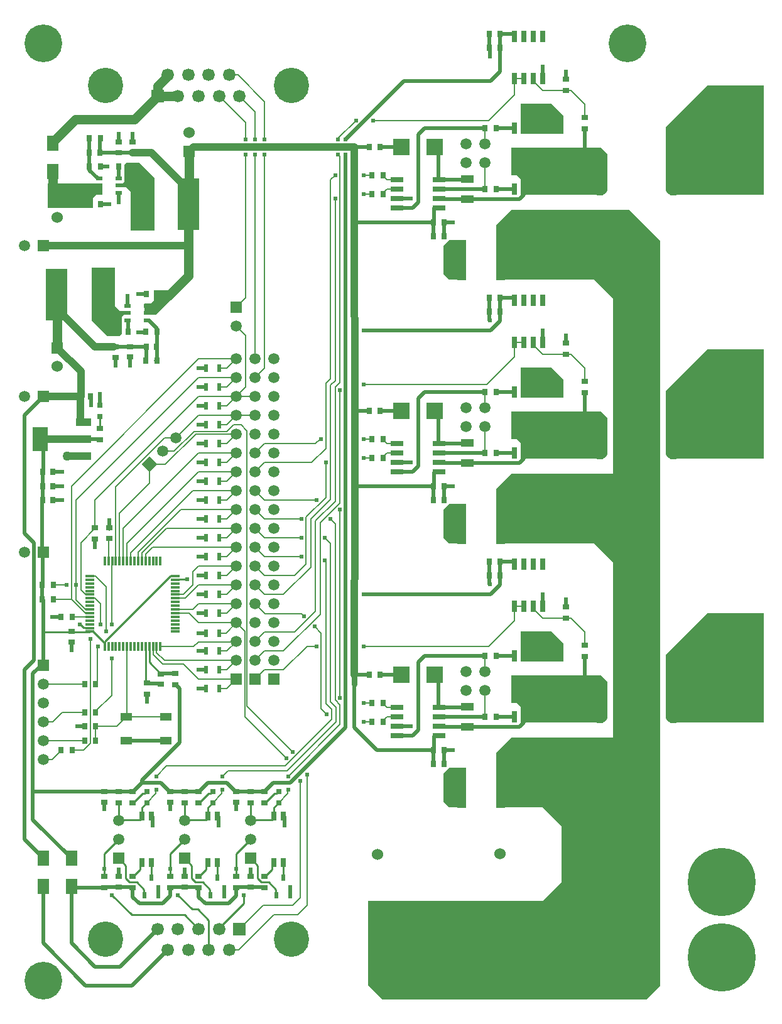
<source format=gtl>
G04*
G04 #@! TF.GenerationSoftware,Altium Limited,Altium Designer,19.1.8 (144)*
G04*
G04 Layer_Physical_Order=1*
G04 Layer_Color=255*
%FSLAX25Y25*%
%MOIN*%
G70*
G01*
G75*
%ADD12C,0.01000*%
%ADD13C,0.00600*%
%ADD15R,0.02756X0.03543*%
%ADD16R,0.02284X0.03937*%
%ADD17R,0.03543X0.02756*%
%ADD18R,0.06496X0.07874*%
%ADD19R,0.03150X0.04724*%
%ADD20R,0.03543X0.03150*%
%ADD21R,0.02362X0.03543*%
%ADD22R,0.03150X0.03150*%
%ADD23R,0.03150X0.03543*%
%ADD24R,0.03740X0.02165*%
%ADD25R,0.11811X0.27559*%
%ADD26R,0.05906X0.03937*%
%ADD27R,0.08465X0.12795*%
%ADD28R,0.08465X0.03937*%
%ADD29R,0.04700X0.01200*%
%ADD30R,0.01200X0.04700*%
%ADD31R,0.05000X0.21654*%
%ADD32R,0.06693X0.04331*%
%ADD33R,0.09055X0.09055*%
%ADD34R,0.06890X0.02559*%
%ADD35R,0.03150X0.06299*%
%ADD36R,0.18150X0.11811*%
%ADD37R,0.02559X0.06496*%
%ADD76C,0.02000*%
%ADD77C,0.04000*%
%ADD78C,0.05000*%
%ADD79C,0.03000*%
%ADD80P,0.08352X4X90.0*%
%ADD81C,0.05906*%
%ADD82R,0.05906X0.05906*%
%ADD83R,0.05906X0.05906*%
%ADD84C,0.06653*%
%ADD85R,0.06653X0.06653*%
%ADD86C,0.18740*%
%ADD87C,0.06000*%
%ADD88R,0.06000X0.06000*%
%ADD89C,0.08268*%
%ADD90R,0.08268X0.08268*%
%ADD91C,0.02400*%
%ADD92C,0.05000*%
%ADD93C,0.36000*%
%ADD94C,0.20000*%
G36*
X667000Y580500D02*
X673500Y574000D01*
Y564500D01*
X651000D01*
Y580500D01*
X667000Y580500D01*
D02*
G37*
G36*
X780000Y532000D02*
X732000D01*
X728000Y536000D01*
Y568000D01*
X750000Y590000D01*
X780000D01*
Y532000D01*
D02*
G37*
G36*
X697000Y553500D02*
Y535000D01*
X694000Y532000D01*
X651000D01*
X651000Y540500D01*
X649000Y542500D01*
X646000Y542500D01*
X646000Y557000D01*
X693500D01*
X697000Y553500D01*
D02*
G37*
G36*
X429000Y534921D02*
X429000Y531921D01*
X425500D01*
X424000Y530421D01*
Y524921D01*
X400000Y524921D01*
Y537921D01*
X429000Y537921D01*
Y534921D01*
D02*
G37*
G36*
X456500Y540921D02*
Y512921D01*
X444000D01*
Y533421D01*
X441500Y535921D01*
X436000Y535921D01*
Y537921D01*
X439500D01*
X440500Y538921D01*
Y547921D01*
X441665Y549087D01*
X448335D01*
X456500Y540921D01*
D02*
G37*
G36*
X622000Y487000D02*
X613000D01*
X610000Y490000D01*
Y505000D01*
X613000Y508000D01*
X622000D01*
Y487000D01*
D02*
G37*
G36*
X465500Y481232D02*
Y476500D01*
X457232Y468232D01*
X451295Y468232D01*
Y471232D01*
X451295Y474232D01*
X454795D01*
X456295Y475732D01*
Y481232D01*
X465500Y481232D01*
D02*
G37*
G36*
X435705Y472732D02*
X438205Y470232D01*
X443705Y470232D01*
Y468232D01*
X440205D01*
X439205Y467232D01*
Y458232D01*
X438039Y457067D01*
X431370D01*
X423205Y465232D01*
Y493232D01*
X435705D01*
Y472732D01*
D02*
G37*
G36*
X667000Y440500D02*
X673500Y434000D01*
Y424500D01*
X651000D01*
Y440500D01*
X667000Y440500D01*
D02*
G37*
G36*
X780000Y392000D02*
X732000D01*
X728000Y396000D01*
Y428000D01*
X750000Y450000D01*
X780000D01*
Y392000D01*
D02*
G37*
G36*
X697000Y413500D02*
Y395000D01*
X694000Y392000D01*
X651000D01*
X651000Y400500D01*
X649000Y402500D01*
X646000Y402500D01*
X646000Y417000D01*
X693500D01*
X697000Y413500D01*
D02*
G37*
G36*
X622000Y347000D02*
X613000D01*
X610000Y350000D01*
Y365000D01*
X613000Y368000D01*
X622000D01*
Y347000D01*
D02*
G37*
G36*
X667000Y300500D02*
X673500Y294000D01*
Y284500D01*
X651000D01*
Y300500D01*
X667000Y300500D01*
D02*
G37*
G36*
X780000Y252000D02*
X732000D01*
X728000Y256000D01*
Y288000D01*
X750000Y310000D01*
X780000D01*
Y252000D01*
D02*
G37*
G36*
X697000Y273500D02*
Y255000D01*
X694000Y252000D01*
X651000D01*
X651000Y260500D01*
X649000Y262500D01*
X646000Y262500D01*
X646000Y277000D01*
X693500D01*
X697000Y273500D01*
D02*
G37*
G36*
X622000Y207000D02*
X613000D01*
X610000Y210000D01*
Y225000D01*
X613000Y228000D01*
X622000D01*
Y207000D01*
D02*
G37*
G36*
X725000Y507500D02*
Y487000D01*
X725000Y207000D01*
X700000Y207000D01*
Y207000D01*
X638000D01*
Y236000D01*
X646000Y244000D01*
X700000D01*
X700000Y337001D01*
X690001Y347000D01*
X700000Y347000D01*
X700000Y347000D01*
X638000D01*
Y376000D01*
X646000Y384000D01*
X700000D01*
X700000Y477000D01*
X690000Y487000D01*
X700000Y487000D01*
X699999D01*
X699999Y487000D01*
X638000D01*
Y516000D01*
X646000Y524000D01*
X708500D01*
X725000Y507500D01*
D02*
G37*
G36*
X725000Y207000D02*
X725000Y112500D01*
X717500Y105000D01*
X577500Y105000D01*
X570000Y112500D01*
X570000Y157500D01*
X662501Y157500D01*
X672500Y167499D01*
X672500Y157500D01*
X672500D01*
X672500Y197001D01*
X662501Y207000D01*
X672500Y207000D01*
Y207000D01*
X725000Y207000D01*
D02*
G37*
D12*
X485453Y131319D02*
Y147047D01*
X479500Y153000D02*
X485453Y147047D01*
X476500Y153000D02*
X479500D01*
X500000Y170453D02*
Y182500D01*
X490703Y142703D02*
X504000Y156000D01*
Y160500D01*
X430000Y170453D02*
Y182500D01*
X472500Y150000D02*
X480000Y142500D01*
X444500Y150000D02*
X472500D01*
X412500Y300105D02*
X422362D01*
X473895Y327895D02*
X474000Y328000D01*
X467738Y327895D02*
X473895D01*
X467638Y327795D02*
X467738Y327895D01*
X427500Y414548D02*
X427500Y414547D01*
Y407953D02*
Y414547D01*
X453858Y283898D02*
X460000Y277756D01*
X417000Y304000D02*
X417379D01*
X419074Y302305D01*
X422262D01*
X422362Y302205D01*
X434000Y160500D02*
X444500Y150000D01*
X469000Y160500D02*
X476500Y153000D01*
X451890Y273563D02*
X452500Y272953D01*
X430336Y294999D02*
X465001Y329664D01*
X430336Y294212D02*
Y294999D01*
X465001Y329664D02*
X467538D01*
X424112Y300236D02*
X430236Y294112D01*
X397500Y300000D02*
X412395D01*
X412500Y300105D01*
X467538Y329664D02*
X467638Y329764D01*
X430236Y294112D02*
X430336Y294212D01*
X422362Y300236D02*
X424112D01*
X430236Y292362D02*
Y294112D01*
X451890Y273563D02*
Y292362D01*
X453858Y283898D02*
Y292362D01*
X520000Y207047D02*
X522500Y209547D01*
X437500Y200000D02*
X438039Y200539D01*
X448925D01*
X450000Y201614D01*
Y202402D01*
Y207047D02*
X452500Y209547D01*
Y209547D01*
X450000Y202402D02*
Y207047D01*
X452500Y209547D02*
X452500Y209547D01*
X437500Y209547D02*
X437500Y209547D01*
Y200000D02*
Y209547D01*
X465000Y174500D02*
Y182500D01*
Y170453D02*
Y174500D01*
X507500Y200000D02*
X508039Y200539D01*
X518925D01*
X520000Y201614D01*
Y202402D01*
X472500Y200000D02*
X473039Y200539D01*
X483925D01*
X485000Y201614D01*
Y202402D01*
Y207047D02*
X487500Y209547D01*
Y209547D01*
X485000Y202402D02*
Y207047D01*
X520000Y202402D02*
Y207047D01*
X521425Y214378D02*
X522500Y215452D01*
X520224Y214378D02*
X521425D01*
X515394Y209547D02*
X520224Y214378D01*
X515000Y209547D02*
X515394D01*
X486425Y214378D02*
X487500Y215452D01*
X485224Y214378D02*
X486425D01*
X480394Y209547D02*
X485224Y214378D01*
X480000Y209547D02*
X480394D01*
X451426Y214378D02*
X452500Y215452D01*
X450224Y214378D02*
X451426D01*
X445394Y209547D02*
X450224Y214378D01*
X445000Y209547D02*
X445394D01*
X522500Y215452D02*
X522501Y215453D01*
X487500Y215452D02*
X487501Y215453D01*
X452500Y215452D02*
X452501Y215453D01*
X487500Y209547D02*
X487500Y209547D01*
X507500Y200000D02*
Y209547D01*
X507500Y209547D02*
X507500Y209547D01*
X472500Y200000D02*
Y209547D01*
X472500Y209547D02*
X472500Y209547D01*
X500000Y182500D02*
X507500Y190000D01*
X465000Y182500D02*
X472500Y190000D01*
X430000Y182500D02*
X437500Y190000D01*
X521118Y160417D02*
X521260Y160276D01*
X521118Y160417D02*
Y163547D01*
X517165Y167500D02*
X521118Y163547D01*
X507500Y180000D02*
X511367Y176133D01*
Y169380D02*
Y176133D01*
Y169380D02*
X513247Y167500D01*
X517165D01*
X486118Y160417D02*
X486260Y160276D01*
X486118Y160417D02*
Y163547D01*
X482165Y167500D02*
X486118Y163547D01*
X472500Y180000D02*
X476367Y176133D01*
Y169380D02*
Y176133D01*
Y169380D02*
X478247Y167500D01*
X482165D01*
X443248D02*
X447165D01*
X441367Y169380D02*
X443248Y167500D01*
X441367Y169380D02*
Y176133D01*
X437500Y180000D02*
X441367Y176133D01*
X447165Y167500D02*
X451118Y163547D01*
Y160417D02*
Y163547D01*
Y160417D02*
X451260Y160276D01*
X518925Y176524D02*
X520000Y177598D01*
X518925Y173984D02*
Y176524D01*
X515394Y170453D02*
X518925Y173984D01*
X515000Y170453D02*
X515394D01*
X483925Y176524D02*
X485000Y177598D01*
X483925Y173984D02*
Y176524D01*
X480394Y170453D02*
X483925Y173984D01*
X480000Y170453D02*
X480394D01*
X448925Y176524D02*
X450000Y177598D01*
X448925Y173984D02*
Y176524D01*
X445394Y170453D02*
X448925Y173984D01*
X445000Y170453D02*
X445394D01*
X455000Y169724D02*
Y177598D01*
X490000Y169724D02*
Y177598D01*
X525000Y169724D02*
Y177598D01*
D13*
X640409Y217500D02*
X657000D01*
X478500Y405000D02*
X500000D01*
X462429Y388929D02*
X478500Y405000D01*
X453929Y388929D02*
X462429D01*
X477500Y406500D02*
X495000D01*
X467000Y396000D02*
X477500Y406500D01*
X461000Y396000D02*
X467000D01*
X462071Y403071D02*
X468071D01*
X436142Y377142D02*
X462071Y403071D01*
X436142Y337638D02*
Y377142D01*
X505700Y260800D02*
Y406800D01*
X502500Y410000D02*
X505700Y406800D01*
X498500Y410000D02*
X502500D01*
X495000Y406500D02*
X498500Y410000D01*
X453929Y378929D02*
Y388929D01*
X438110Y363110D02*
X453929Y378929D01*
X468071Y403071D02*
X480000Y415000D01*
X500000D01*
X438110Y337638D02*
Y363110D01*
X520000Y150000D02*
X532500D01*
X501319Y131319D02*
X520000Y150000D01*
X496358Y131319D02*
X501319D01*
X515000Y280000D02*
X525000D01*
X510000Y275000D02*
X515000Y280000D01*
Y290000D02*
X525000D01*
X510000Y285000D02*
X515000Y290000D01*
X531000Y300000D02*
X542000Y311000D01*
X515000Y300000D02*
X531000D01*
X510000Y295000D02*
X515000Y300000D01*
X505700Y260800D02*
X530000Y236500D01*
X500000Y305000D02*
X504500Y300500D01*
Y255000D02*
Y300500D01*
Y255000D02*
X526500Y233000D01*
X499827Y294827D02*
Y295000D01*
X525000Y290000D02*
X544500Y309500D01*
X525000Y280000D02*
X537500Y292500D01*
Y155000D02*
Y224500D01*
X532500Y150000D02*
X537500Y155000D01*
X534000Y159000D02*
Y221000D01*
X530000Y155000D02*
X534000Y159000D01*
X514311Y155000D02*
X530000D01*
X501811Y142500D02*
X514311Y155000D01*
X455500Y345000D02*
X500000D01*
X451890Y341390D02*
X455500Y345000D01*
X451890Y337638D02*
Y341390D01*
X470500Y365000D02*
X500000D01*
X447953Y342453D02*
X470500Y365000D01*
X447953Y337638D02*
Y342453D01*
X463000Y355000D02*
X500000D01*
X449921Y341921D02*
X463000Y355000D01*
X449921Y337638D02*
Y341921D01*
X477000Y375000D02*
X500000D01*
X444016Y342016D02*
X477000Y375000D01*
X444016Y337638D02*
Y342016D01*
X526000Y229000D02*
X550600Y253600D01*
X463000Y229000D02*
X526000D01*
X550600Y253600D02*
Y258900D01*
X547500Y262000D02*
X550600Y258900D01*
X412500Y322500D02*
Y355000D01*
Y377500D01*
Y317500D02*
Y322500D01*
X412500Y355000D02*
X412500Y355000D01*
X402953Y317500D02*
X412500D01*
X415000Y317000D02*
Y370000D01*
X412500Y317500D02*
X419921Y310079D01*
X412500Y377500D02*
X480000Y445000D01*
X402953Y325000D02*
X410000D01*
X480000Y445000D02*
X500000D01*
X480000Y435000D02*
X500000D01*
X415000Y370000D02*
X480000Y435000D01*
Y425000D02*
X500000D01*
X425000Y370000D02*
X480000Y425000D01*
X425000Y355453D02*
Y370000D01*
X480000Y395000D02*
X500000D01*
X440079Y355079D02*
X480000Y395000D01*
X440079Y337638D02*
Y355079D01*
X480000Y385000D02*
X500000D01*
X442047Y347047D02*
X480000Y385000D01*
X442047Y337638D02*
Y347047D01*
X479862Y294862D02*
X497689D01*
X477362Y292362D02*
X479862Y294862D01*
X459764Y292362D02*
X477362D01*
X480000Y275000D02*
X500000D01*
X472000Y283000D02*
X480000Y275000D01*
X461000Y283000D02*
X472000D01*
X455827Y288173D02*
X461000Y283000D01*
X455827Y288173D02*
Y292362D01*
X462000Y285000D02*
X500000D01*
X457795Y289205D02*
X462000Y285000D01*
X457795Y289205D02*
Y292362D01*
X467717Y310000D02*
X475000D01*
X480000Y305000D01*
X500000D01*
X477047Y312047D02*
X480000Y315000D01*
X500000D01*
X477000Y325000D02*
Y332000D01*
X471921Y319921D02*
X477000Y325000D01*
X467638Y319921D02*
X471921D01*
X477000Y332000D02*
X480000Y335000D01*
X467638Y317953D02*
X472953D01*
X480000Y325000D01*
X500000D01*
X480000Y335000D02*
X500000D01*
X415000Y317000D02*
X419953Y312047D01*
X432256Y337689D02*
Y349744D01*
X425000Y355000D02*
Y355453D01*
X417500Y347500D02*
X425000Y355000D01*
X495000Y330000D02*
X500000Y335000D01*
X490846Y330000D02*
X495000D01*
Y320000D02*
X500000Y325000D01*
X490846Y320000D02*
X495000D01*
Y310000D02*
X500000Y315000D01*
X490846Y310000D02*
X495000D01*
X494500Y299500D02*
X500000Y305000D01*
X490846Y299500D02*
X494500D01*
X490846Y290000D02*
X495000D01*
X499827Y294827D01*
X495000Y280000D02*
X500000Y285000D01*
X490846Y280000D02*
X495000D01*
Y270000D02*
X500000Y275000D01*
X490846Y270000D02*
X495000D01*
Y440000D02*
X500000Y445000D01*
X490846Y440000D02*
X495000D01*
X490846Y430000D02*
X495000D01*
X500000Y435000D01*
X495000Y420000D02*
X500000Y425000D01*
X490846Y420000D02*
X495000D01*
Y410000D02*
X500000Y415000D01*
X490846Y410000D02*
X495000D01*
Y400000D02*
X500000Y405000D01*
X490846Y400000D02*
X495000D01*
Y390000D02*
X500000Y395000D01*
X490846Y390000D02*
X495000D01*
Y380000D02*
X500000Y385000D01*
X490846Y380000D02*
X495000D01*
Y370000D02*
X500000Y375000D01*
X490846Y370000D02*
X495000D01*
Y360000D02*
X500000Y365000D01*
X490846Y360000D02*
X495000D01*
Y350000D02*
X500000Y355000D01*
X490846Y350000D02*
X495000D01*
Y340000D02*
X500000Y345000D01*
X490846Y340000D02*
X495000D01*
X417500Y322421D02*
Y347500D01*
Y322421D02*
X420000Y319921D01*
X505000Y477500D02*
Y553500D01*
X500000Y472500D02*
X505000Y477500D01*
Y430000D02*
Y457500D01*
X500000Y462500D02*
X505000Y457500D01*
X500000Y425000D02*
X505000Y430000D01*
X510000Y445000D02*
Y553500D01*
X442000Y255000D02*
X462500D01*
X441500D02*
X442000D01*
X425000Y250000D02*
X425453Y249547D01*
X425000Y250000D02*
X436500D01*
X441500Y255000D01*
X515000Y561500D02*
Y581500D01*
X500910Y595590D02*
X515000Y581500D01*
X496358Y595590D02*
X500910D01*
X515000Y440000D02*
Y553500D01*
X510000Y435000D02*
X515000Y440000D01*
X501811Y584409D02*
X510000Y576220D01*
Y561500D02*
Y576220D01*
X490906Y584409D02*
X505000Y570315D01*
Y561500D02*
Y570315D01*
X420000Y319921D02*
X422362D01*
X500000Y425000D02*
X510000D01*
X547000Y350000D02*
X550000Y347000D01*
Y360000D02*
X552500Y357500D01*
X547500Y262000D02*
Y337500D01*
X544500Y309500D02*
Y358000D01*
X555000Y368500D01*
X537500Y292500D02*
X542500D01*
X545000Y259500D02*
Y299500D01*
Y259500D02*
X548000Y256500D01*
X541500Y303000D02*
X545000Y299500D01*
X527000Y226500D02*
X553000Y252500D01*
Y260000D01*
X550000Y263000D02*
X553000Y260000D01*
X550000Y263000D02*
Y347000D01*
X555000Y251000D02*
Y261500D01*
X527500Y223500D02*
X555000Y251000D01*
X552500Y264000D02*
X555000Y261500D01*
X552500Y264000D02*
Y357500D01*
X522500Y209547D02*
X527353Y214400D01*
Y216353D01*
X555000Y265000D02*
Y365000D01*
X554000Y562000D02*
X563500Y571500D01*
X554000Y553500D02*
X555000Y552500D01*
X555000Y432500D01*
X552500Y430000D02*
X555000Y432500D01*
X550000Y540000D02*
X552500Y542500D01*
Y433500D02*
Y530000D01*
X550000Y434500D02*
Y540000D01*
X572500Y571500D02*
X634000D01*
X647500Y585000D01*
X495500Y226500D02*
X527000D01*
X547500Y432000D02*
X550000Y434500D01*
X547500Y397500D02*
Y432000D01*
X550000Y431000D02*
X552500Y433500D01*
X550000Y370500D02*
Y431000D01*
X552500Y369500D02*
Y430000D01*
X555000Y368500D02*
Y428500D01*
X547500Y371500D02*
Y390000D01*
X537000Y361000D02*
X547500Y371500D01*
X544500Y402500D02*
X545000D01*
X542000Y400000D02*
X544500Y402500D01*
X540000Y390000D02*
X547500Y397500D01*
X539500Y360000D02*
X550000Y370500D01*
X542000Y359000D02*
X552500Y369500D01*
X515000Y340000D02*
X534500D01*
X515000Y350000D02*
X534500D01*
X510000Y355000D02*
X515000Y350000D01*
Y360000D02*
X534500D01*
X510000Y365000D02*
X515000Y360000D01*
X537000Y336000D02*
Y361000D01*
X531000Y330000D02*
X537000Y336000D01*
X539500Y334500D02*
Y360000D01*
X525000Y320000D02*
X539500Y334500D01*
X542000Y311000D02*
Y359000D01*
X515000Y400000D02*
X542000D01*
X515000Y390000D02*
X540000D01*
X515000Y370000D02*
X542500D01*
X510000Y375000D02*
X515000Y370000D01*
Y330000D02*
X531000D01*
X534702Y309798D02*
X536000Y308500D01*
X515202Y309798D02*
X534702D01*
X515000Y320000D02*
X525000D01*
X510000Y325000D02*
X515000Y320000D01*
X457500Y223500D02*
X463000Y229000D01*
X492500Y223500D02*
X495500Y226500D01*
X510000Y335000D02*
X515000Y330000D01*
X510000Y345000D02*
X515000Y340000D01*
X510000Y385000D02*
X515000Y390000D01*
X567500Y252500D02*
X572047D01*
X457353Y214400D02*
Y216353D01*
X452500Y209547D02*
X457353Y214400D01*
X492353D02*
Y216353D01*
X487500Y209547D02*
X492353Y214400D01*
X425453Y242500D02*
Y249547D01*
X432205Y337638D02*
X432256Y337689D01*
X442047Y255047D02*
Y292362D01*
X426453Y272500D02*
Y292500D01*
X434000Y266441D02*
Y286000D01*
X425453Y257894D02*
X434000Y266441D01*
Y337465D02*
X434173Y337638D01*
X434000Y304000D02*
Y337465D01*
X425453Y257500D02*
Y257894D01*
X428000Y304000D02*
Y315000D01*
X425236Y329764D02*
X431000Y324000D01*
Y300500D02*
Y324000D01*
X422362Y329764D02*
X425236D01*
X425047Y317953D02*
X428000Y315000D01*
X422500Y241030D02*
Y296000D01*
X418970Y237500D02*
X422500Y241030D01*
X412953Y237500D02*
X418970D01*
X422362Y317953D02*
X425047D01*
X407500Y257500D02*
X419547D01*
X402500Y252500D02*
X407500Y257500D01*
X397500Y242500D02*
X420000D01*
X442000Y255000D02*
X442047Y255047D01*
X419547Y257106D02*
Y257303D01*
X397500Y252500D02*
X402500D01*
X418469Y256028D02*
X419547Y257106D01*
X397500Y232500D02*
X402441D01*
X407047Y237106D01*
Y237500D01*
X397500Y272500D02*
X402441D01*
X402441Y272500D01*
X419547D01*
X467638Y312047D02*
X477047D01*
X499827Y295000D02*
X500000D01*
X419921Y310079D02*
X422362D01*
X419953Y312047D02*
X422362D01*
X412953Y308000D02*
X413063Y308110D01*
X422362D01*
X500000Y415000D02*
X510000D01*
X567500Y532500D02*
X572047D01*
X572047Y532500D01*
X567500Y542500D02*
X572047D01*
X572047Y542500D01*
X572047Y252500D02*
X572047Y252500D01*
X567500Y262500D02*
X572047D01*
X572047Y262500D01*
X567500Y392500D02*
X572047D01*
X572047Y392500D01*
X567500Y402500D02*
X572047D01*
X572047Y402500D01*
X577953Y542106D02*
X580059Y540000D01*
X577953Y542106D02*
Y542500D01*
X580059Y540000D02*
X585453D01*
X577953Y532894D02*
X580059Y535000D01*
X577953Y532500D02*
Y532894D01*
X580059Y535000D02*
X585453D01*
X577953Y402106D02*
X580059Y400000D01*
X577953Y402106D02*
Y402500D01*
X580059Y400000D02*
X585453D01*
X577953Y392894D02*
X580059Y395000D01*
X577953Y392500D02*
Y392894D01*
X580059Y395000D02*
X585453D01*
X577953Y262106D02*
X580059Y260000D01*
X577953Y262106D02*
Y262500D01*
X580059Y260000D02*
X585453D01*
X577953Y252894D02*
X580059Y255000D01*
X577953Y252500D02*
Y252894D01*
X580059Y255000D02*
X585453D01*
X647500Y585000D02*
Y593878D01*
X652500D01*
X632000Y279000D02*
Y287453D01*
Y255047D02*
Y269000D01*
Y419000D02*
Y427453D01*
Y395047D02*
Y409000D01*
Y535047D02*
X632047Y535000D01*
X632000Y535047D02*
Y549000D01*
Y559000D02*
Y567453D01*
X632047Y567500D01*
X510000Y315000D02*
X515202Y309798D01*
X633000Y431500D02*
X647500Y446000D01*
X567500Y431500D02*
X633000Y431500D01*
X510000Y395000D02*
X515000Y400000D01*
X567500Y292500D02*
X634000Y292500D01*
X647500Y306000D01*
Y313878D01*
Y446000D02*
Y453878D01*
X677500Y587500D02*
X685000Y580000D01*
Y572953D02*
Y580000D01*
X677500Y447500D02*
X685000Y440000D01*
Y432953D02*
Y440000D01*
X675000Y587500D02*
X677500D01*
X675000Y447500D02*
X677500D01*
X675000Y307500D02*
X677500D01*
X685000Y300000D01*
Y292953D02*
Y300000D01*
Y292500D02*
Y292953D01*
X657500Y312500D02*
Y313878D01*
X662500Y307500D02*
X675000D01*
X657500Y312500D02*
X662500Y307500D01*
X647500Y313878D02*
X652500D01*
X657500Y452500D02*
Y453878D01*
X662500Y447500D02*
X675000D01*
X657500Y452500D02*
X662500Y447500D01*
X647500Y453878D02*
X652500D01*
X662500Y587500D02*
X675000D01*
X657500Y592500D02*
X662500Y587500D01*
X657500Y592500D02*
Y593878D01*
D15*
X402953Y325000D02*
D03*
X397047D02*
D03*
X402953Y317500D02*
D03*
X397047D02*
D03*
X419547Y272500D02*
D03*
X425453D02*
D03*
X452008Y444000D02*
D03*
X457913D02*
D03*
X457913Y459232D02*
D03*
X452008D02*
D03*
X577953Y252500D02*
D03*
X572047D02*
D03*
X577953Y262500D02*
D03*
X572047D02*
D03*
X577953Y392500D02*
D03*
X572047D02*
D03*
X577953Y402500D02*
D03*
X572047D02*
D03*
X577953Y532500D02*
D03*
X572047D02*
D03*
X577953Y542500D02*
D03*
X572047D02*
D03*
X427953Y561921D02*
D03*
X422047D02*
D03*
X422047Y546921D02*
D03*
X427953D02*
D03*
X412953Y308000D02*
D03*
X407047D02*
D03*
X425453Y257500D02*
D03*
X419547D02*
D03*
X425453Y242500D02*
D03*
X419547D02*
D03*
X412953Y237500D02*
D03*
X407047D02*
D03*
X576453Y277500D02*
D03*
X570547D02*
D03*
X637953Y255000D02*
D03*
X632047D02*
D03*
X637953Y287500D02*
D03*
X632047D02*
D03*
X576453Y417500D02*
D03*
X570547D02*
D03*
X637953Y395000D02*
D03*
X632047D02*
D03*
X637953Y427500D02*
D03*
X632047D02*
D03*
X570547Y557500D02*
D03*
X576453D02*
D03*
X632047Y535000D02*
D03*
X637953D02*
D03*
X632047Y567500D02*
D03*
X637953D02*
D03*
D16*
X490846Y270000D02*
D03*
X484154D02*
D03*
X490846Y280000D02*
D03*
X484154D02*
D03*
X490846Y290000D02*
D03*
X484154D02*
D03*
X490846Y299500D02*
D03*
X484154D02*
D03*
X490846Y310000D02*
D03*
X484154D02*
D03*
X490846Y320000D02*
D03*
X484154D02*
D03*
X490846Y330000D02*
D03*
X484154D02*
D03*
X490846Y340000D02*
D03*
X484154D02*
D03*
X490846Y350000D02*
D03*
X484154D02*
D03*
X490846Y360000D02*
D03*
X484154D02*
D03*
X490846Y370000D02*
D03*
X484154D02*
D03*
X490846Y380000D02*
D03*
X484154D02*
D03*
X490846Y390000D02*
D03*
X484154D02*
D03*
X490846Y400000D02*
D03*
X484154D02*
D03*
X490846Y410000D02*
D03*
X484154D02*
D03*
X490846Y420000D02*
D03*
X484154D02*
D03*
X490846Y430000D02*
D03*
X484154D02*
D03*
X490846Y440000D02*
D03*
X484154D02*
D03*
D17*
X425000Y355453D02*
D03*
Y349547D02*
D03*
X437500Y209547D02*
D03*
Y215453D02*
D03*
X515000Y170453D02*
D03*
Y164547D02*
D03*
X500000Y170453D02*
D03*
Y164547D02*
D03*
X480000Y170453D02*
D03*
Y164547D02*
D03*
X465000Y170453D02*
D03*
Y164547D02*
D03*
X445000Y170453D02*
D03*
Y164547D02*
D03*
X430000Y170453D02*
D03*
Y164547D02*
D03*
X515000Y209547D02*
D03*
Y215453D02*
D03*
X507500Y209547D02*
D03*
Y215453D02*
D03*
X480000Y209547D02*
D03*
Y215453D02*
D03*
X472500Y209547D02*
D03*
Y215453D02*
D03*
X445000Y209547D02*
D03*
Y215453D02*
D03*
X467500Y277953D02*
D03*
Y272047D02*
D03*
X452500Y272953D02*
D03*
Y267047D02*
D03*
X427500Y402047D02*
D03*
Y407953D02*
D03*
X685000Y287047D02*
D03*
Y292953D02*
D03*
X675000Y307500D02*
D03*
Y313406D02*
D03*
X685000Y427047D02*
D03*
Y432953D02*
D03*
X675000Y447500D02*
D03*
Y453406D02*
D03*
Y593406D02*
D03*
Y587500D02*
D03*
X685000Y572953D02*
D03*
Y567047D02*
D03*
D18*
X412500Y165020D02*
D03*
Y179980D02*
D03*
X397500Y165020D02*
D03*
Y179980D02*
D03*
X402500Y559402D02*
D03*
Y544441D02*
D03*
D19*
X520000Y177598D02*
D03*
X525000D02*
D03*
Y202402D02*
D03*
X520000D02*
D03*
X485000Y177598D02*
D03*
X490000D02*
D03*
Y202402D02*
D03*
X485000D02*
D03*
X450000Y177598D02*
D03*
X455000D02*
D03*
Y202402D02*
D03*
X450000D02*
D03*
D20*
X430000Y209744D02*
D03*
Y215256D02*
D03*
X500000Y209744D02*
D03*
Y215256D02*
D03*
X465000Y209744D02*
D03*
Y215256D02*
D03*
X437500Y170256D02*
D03*
Y164744D02*
D03*
X472500Y170256D02*
D03*
Y164744D02*
D03*
X507500Y170256D02*
D03*
Y164744D02*
D03*
X436000Y445744D02*
D03*
Y451256D02*
D03*
X443602Y445988D02*
D03*
Y451500D02*
D03*
X437500Y559933D02*
D03*
Y554421D02*
D03*
X460000Y277756D02*
D03*
Y272244D02*
D03*
X412500Y300256D02*
D03*
Y294744D02*
D03*
X432500Y349744D02*
D03*
Y355256D02*
D03*
X445000Y554421D02*
D03*
Y559933D02*
D03*
D21*
X521260Y160276D02*
D03*
X528740D02*
D03*
X525000Y169724D02*
D03*
X486260Y160276D02*
D03*
X493740D02*
D03*
X490000Y169724D02*
D03*
X451260Y160276D02*
D03*
X458740D02*
D03*
X455000Y169724D02*
D03*
D22*
X427500Y414548D02*
D03*
Y420453D02*
D03*
X452500Y215452D02*
D03*
Y209547D02*
D03*
X487500Y215452D02*
D03*
Y209547D02*
D03*
X522500Y215452D02*
D03*
Y209547D02*
D03*
D23*
X437244Y459500D02*
D03*
X442756D02*
D03*
X457756Y451500D02*
D03*
X452244D02*
D03*
X452244Y479232D02*
D03*
X457756D02*
D03*
X428012Y526921D02*
D03*
X422500D02*
D03*
X421988Y554421D02*
D03*
X427500D02*
D03*
X425256Y250000D02*
D03*
X419744D02*
D03*
X397244Y385000D02*
D03*
X402756D02*
D03*
X397244Y377500D02*
D03*
X402756D02*
D03*
X437500Y546921D02*
D03*
X443012D02*
D03*
X417244Y425000D02*
D03*
X422756D02*
D03*
X397244Y370000D02*
D03*
X402756D02*
D03*
X610256Y237500D02*
D03*
X604744D02*
D03*
X610256Y230000D02*
D03*
X604744D02*
D03*
X634488Y330000D02*
D03*
X640000D02*
D03*
X634488Y337500D02*
D03*
X640000D02*
D03*
X610256Y377500D02*
D03*
X604744D02*
D03*
X610256Y370000D02*
D03*
X604744D02*
D03*
X634488Y470000D02*
D03*
X640000D02*
D03*
X634488Y477500D02*
D03*
X640000D02*
D03*
Y617500D02*
D03*
X634488D02*
D03*
X640000Y610000D02*
D03*
X634488D02*
D03*
X604744Y517500D02*
D03*
X610256D02*
D03*
X604744Y510000D02*
D03*
X610256D02*
D03*
D24*
X452716Y465492D02*
D03*
Y469232D02*
D03*
Y472972D02*
D03*
X442283D02*
D03*
Y469232D02*
D03*
Y465492D02*
D03*
X437716Y540661D02*
D03*
Y536921D02*
D03*
Y533181D02*
D03*
X427283D02*
D03*
Y536921D02*
D03*
Y540661D02*
D03*
D25*
X404795Y479000D02*
D03*
X429205D02*
D03*
X474705Y526921D02*
D03*
X450295D02*
D03*
D26*
X462500Y242500D02*
D03*
X441500D02*
D03*
Y255000D02*
D03*
X462500D02*
D03*
D27*
X395984Y402500D02*
D03*
D28*
X419016Y411555D02*
D03*
Y402500D02*
D03*
Y393445D02*
D03*
D29*
X422362Y300236D02*
D03*
Y302205D02*
D03*
Y304173D02*
D03*
Y306142D02*
D03*
Y308110D02*
D03*
Y310079D02*
D03*
Y312047D02*
D03*
Y314016D02*
D03*
Y315984D02*
D03*
Y317953D02*
D03*
Y319921D02*
D03*
Y321890D02*
D03*
Y323858D02*
D03*
Y325827D02*
D03*
Y327795D02*
D03*
Y329764D02*
D03*
X467638D02*
D03*
Y327795D02*
D03*
Y325827D02*
D03*
Y323858D02*
D03*
Y321890D02*
D03*
Y319921D02*
D03*
Y317953D02*
D03*
Y315984D02*
D03*
Y314016D02*
D03*
Y312047D02*
D03*
Y310079D02*
D03*
Y308110D02*
D03*
Y306142D02*
D03*
Y304173D02*
D03*
Y302205D02*
D03*
Y300236D02*
D03*
D30*
X430236Y337638D02*
D03*
X432205D02*
D03*
X434173D02*
D03*
X436142D02*
D03*
X438110D02*
D03*
X440079D02*
D03*
X442047D02*
D03*
X444016D02*
D03*
X445984D02*
D03*
X447953D02*
D03*
X449921D02*
D03*
X451890D02*
D03*
X453858D02*
D03*
X455827D02*
D03*
X457795D02*
D03*
X459764D02*
D03*
Y292362D02*
D03*
X457795D02*
D03*
X455827D02*
D03*
X453858D02*
D03*
X451890D02*
D03*
X449921D02*
D03*
X447953D02*
D03*
X445984D02*
D03*
X444016D02*
D03*
X442047D02*
D03*
X440079D02*
D03*
X438110D02*
D03*
X436142D02*
D03*
X434173D02*
D03*
X432205D02*
D03*
X430236D02*
D03*
D31*
X619591Y217500D02*
D03*
X640409D02*
D03*
X619591Y357500D02*
D03*
X640409D02*
D03*
Y497500D02*
D03*
X619591D02*
D03*
D32*
X622500Y249685D02*
D03*
Y260315D02*
D03*
Y389685D02*
D03*
Y400315D02*
D03*
Y540315D02*
D03*
Y529685D02*
D03*
D33*
X587500Y277500D02*
D03*
X605216D02*
D03*
X587500Y417500D02*
D03*
X605216D02*
D03*
X587500Y557500D02*
D03*
X605216D02*
D03*
D34*
X607500Y245000D02*
D03*
Y250000D02*
D03*
Y255000D02*
D03*
Y260000D02*
D03*
X585453Y245000D02*
D03*
Y250000D02*
D03*
Y255000D02*
D03*
Y260000D02*
D03*
X607500Y385000D02*
D03*
Y390000D02*
D03*
Y395000D02*
D03*
Y400000D02*
D03*
X585453Y385000D02*
D03*
Y390000D02*
D03*
Y395000D02*
D03*
Y400000D02*
D03*
Y540000D02*
D03*
Y535000D02*
D03*
Y530000D02*
D03*
Y525000D02*
D03*
X607500Y540000D02*
D03*
Y535000D02*
D03*
Y530000D02*
D03*
Y525000D02*
D03*
D35*
X662500Y255000D02*
D03*
X657500D02*
D03*
X652500D02*
D03*
X647500D02*
D03*
X662500Y233165D02*
D03*
X657500D02*
D03*
X652500D02*
D03*
X647500D02*
D03*
X662500Y287500D02*
D03*
X657500D02*
D03*
X652500D02*
D03*
X647500D02*
D03*
X662500Y265665D02*
D03*
X657500D02*
D03*
X652500D02*
D03*
X647500D02*
D03*
X662500Y395000D02*
D03*
X657500D02*
D03*
X652500D02*
D03*
X647500D02*
D03*
X662500Y373165D02*
D03*
X657500D02*
D03*
X652500D02*
D03*
X647500D02*
D03*
X662500Y427500D02*
D03*
X657500D02*
D03*
X652500D02*
D03*
X647500D02*
D03*
X662500Y405665D02*
D03*
X657500D02*
D03*
X652500D02*
D03*
X647500D02*
D03*
Y513165D02*
D03*
X652500D02*
D03*
X657500D02*
D03*
X662500D02*
D03*
X647500Y535000D02*
D03*
X652500D02*
D03*
X657500D02*
D03*
X662500D02*
D03*
X647500Y545665D02*
D03*
X652500D02*
D03*
X657500D02*
D03*
X662500D02*
D03*
X647500Y567500D02*
D03*
X652500D02*
D03*
X657500D02*
D03*
X662500D02*
D03*
D36*
X655000Y238500D02*
D03*
Y271000D02*
D03*
Y378500D02*
D03*
Y411000D02*
D03*
Y518500D02*
D03*
Y551000D02*
D03*
D37*
X662500Y336122D02*
D03*
X657500D02*
D03*
X652500D02*
D03*
X647500D02*
D03*
X662500Y313878D02*
D03*
X657500D02*
D03*
X652500D02*
D03*
X647500D02*
D03*
X662500Y476122D02*
D03*
X657500D02*
D03*
X652500D02*
D03*
X647500D02*
D03*
X662500Y453878D02*
D03*
X657500D02*
D03*
X652500D02*
D03*
X647500D02*
D03*
Y593878D02*
D03*
X652500D02*
D03*
X657500D02*
D03*
X662500D02*
D03*
X647500Y616122D02*
D03*
X652500D02*
D03*
X657500D02*
D03*
X662500D02*
D03*
D76*
X427500Y420547D02*
Y426500D01*
X427453Y420500D02*
X427500Y420547D01*
X392000Y278000D02*
X397500Y283500D01*
X470000Y241500D02*
Y269941D01*
X449941Y221441D02*
X470000Y241500D01*
X449941Y220000D02*
Y221441D01*
X444823Y112500D02*
X463642Y131319D01*
X420000Y112500D02*
X444823D01*
X397500Y135000D02*
X420000Y112500D01*
X412500Y164547D02*
X430000D01*
X438189Y122500D02*
X458189Y142500D01*
X425000Y122500D02*
X438189D01*
X412500Y135000D02*
X425000Y122500D01*
X412500Y135000D02*
Y164547D01*
X397500Y135000D02*
Y165020D01*
X397047Y317500D02*
X397500Y317047D01*
Y300000D02*
Y317047D01*
X397047Y317500D02*
Y325000D01*
X397274Y325226D01*
Y342274D01*
X397500Y342500D01*
X397146Y342854D02*
Y369902D01*
Y342854D02*
X397500Y342500D01*
X397146Y369902D02*
X397244Y370000D01*
X422970Y420530D02*
Y425010D01*
X422868Y425112D02*
X422970Y425010D01*
X434961Y451500D02*
X443602D01*
X405913Y450843D02*
X406658D01*
X405039D02*
X405913D01*
X405913Y450843D02*
X405913Y450843D01*
X427274Y402274D02*
X427500Y402047D01*
X419242Y402274D02*
X427274D01*
X419016Y402500D02*
X419242Y402274D01*
X397244Y377500D02*
Y385000D01*
Y370000D02*
Y377500D01*
X395984Y402500D02*
X397500Y400984D01*
Y385256D02*
Y400984D01*
X397244Y385000D02*
X397500Y385256D01*
X452234Y451274D02*
X452461Y451500D01*
X467894Y272047D02*
X470000Y269941D01*
X467500Y272047D02*
X467894D01*
X452500Y272953D02*
X452854Y272598D01*
X459646D01*
X460000Y272244D01*
X460197Y277953D02*
X467500D01*
X460000Y277756D02*
X460197Y277953D01*
X402923Y369832D02*
X403091Y370000D01*
X432500Y355256D02*
Y359409D01*
Y354886D02*
Y355256D01*
X480000Y400000D02*
X484154D01*
X480000Y310000D02*
X484154D01*
X480000Y410000D02*
X484154D01*
X480000Y440000D02*
X484154D01*
X480000Y430000D02*
X484154D01*
X480000Y420000D02*
X484154D01*
X480000Y390000D02*
X484154D01*
X480000Y380000D02*
X484154D01*
X480000Y370000D02*
X484154D01*
X480000Y360000D02*
X484154D01*
X480000Y350000D02*
X484154D01*
X480000Y340000D02*
X484154D01*
X480000Y330000D02*
X484154D01*
X480000Y320000D02*
X484154D01*
X480000Y299500D02*
X484154D01*
X480000Y290000D02*
X484154D01*
X480000Y280000D02*
X484154D01*
X480000Y270000D02*
X484154D01*
X425000Y345000D02*
Y349524D01*
X425000Y349547D02*
X425024Y349524D01*
X427453Y420500D02*
X427500Y420453D01*
X437500Y170256D02*
Y174000D01*
X455500Y197437D02*
Y201902D01*
X455000Y202402D02*
X455500Y201902D01*
X490500Y197437D02*
Y201902D01*
X490000Y202402D02*
X490500Y201902D01*
X525500Y197437D02*
Y201902D01*
X525000Y202402D02*
X525500Y201902D01*
X452500Y263000D02*
X452500Y263000D01*
X452500Y263000D02*
Y267047D01*
X427500Y420453D02*
X427500Y420453D01*
X604744Y517811D02*
X605055D01*
Y525000D01*
X604433Y517500D02*
X604744Y517811D01*
X392500Y285000D02*
Y347500D01*
X387500Y352500D02*
X392500Y347500D01*
X387500Y352500D02*
Y415000D01*
X397500Y425000D01*
X387500Y280000D02*
X392500Y285000D01*
X387500Y190000D02*
Y280000D01*
X422756Y425000D02*
X422868Y425112D01*
X403091Y370000D02*
X407500D01*
X604744Y517500D02*
X605055Y517811D01*
X561671Y557500D02*
X562500D01*
X562500Y517500D02*
X604433D01*
X558000Y249500D02*
Y320000D01*
Y330900D01*
X528500Y220000D02*
X558000Y249500D01*
X519547Y220000D02*
X528500D01*
X515000Y215453D02*
X519547Y220000D01*
X558000Y561500D02*
X589000Y592500D01*
X635000D01*
X558000Y460000D02*
Y553500D01*
X561671Y557500D02*
X562500Y558329D01*
Y557500D02*
X570547D01*
X558000Y459500D02*
Y460000D01*
X558000Y459500D02*
X558000Y459500D01*
X558000Y459500D02*
X558000Y330900D01*
X562500Y249500D02*
Y272500D01*
X562857Y377500D02*
X604744D01*
X562500D02*
X562857D01*
X563000Y417500D02*
X570547D01*
X605055Y525000D02*
X607500D01*
X562500Y517500D02*
X562500D01*
X562500Y249500D02*
X574500Y237500D01*
X495059Y220000D02*
X499803Y215256D01*
X484941Y220000D02*
X495059D01*
X480394Y215453D02*
X484941Y220000D01*
X441500Y242500D02*
X452000D01*
X462500D01*
X392000Y215000D02*
Y278000D01*
Y200480D02*
Y215000D01*
X392256Y215256D01*
X430000D01*
X412500Y164547D02*
Y165020D01*
X392000Y200480D02*
X412500Y179980D01*
X387500Y190000D02*
X397500Y180000D01*
Y283500D02*
Y300000D01*
X460059Y220000D02*
X464803Y215256D01*
X449941Y220000D02*
X460059D01*
X445394Y215453D02*
X449941Y220000D01*
X464803Y215256D02*
X465000D01*
X465098Y164646D02*
X472402D01*
X472500Y164744D01*
X465000Y164547D02*
X465098Y164646D01*
X472500Y164744D02*
X472598Y164646D01*
X445000Y215453D02*
X445394D01*
X437500D02*
X445000D01*
X507500D02*
X515000D01*
X472500D02*
X480000D01*
X430098Y215354D02*
X437402D01*
X465098D02*
X472402D01*
X500098D02*
X507402D01*
X445000Y159453D02*
Y164500D01*
Y159453D02*
X448500Y155953D01*
X461000D01*
X465000Y159953D01*
Y164500D01*
X480000Y159453D02*
Y164500D01*
Y159453D02*
X483500Y155953D01*
X496000D01*
X500000Y159953D01*
Y164500D01*
X514902Y164646D02*
X515000Y164547D01*
X507598Y164646D02*
X514902D01*
X507500Y164744D02*
X507598Y164646D01*
X507402D02*
X507500Y164744D01*
X500098Y164646D02*
X507402D01*
X500000Y164547D02*
X500098Y164646D01*
X479902D02*
X480000Y164547D01*
X472598Y164646D02*
X479902D01*
X444902D02*
X445000Y164547D01*
X437598Y164646D02*
X444902D01*
X437500Y164744D02*
X437598Y164646D01*
X437402D02*
X437500Y164744D01*
X430098Y164646D02*
X437402D01*
X430000Y164547D02*
X430098Y164646D01*
X507402Y215354D02*
X507500Y215453D01*
X500000Y215256D02*
X500098Y215354D01*
X472402D02*
X472500Y215453D01*
X465000Y215256D02*
X465098Y215354D01*
X437402D02*
X437500Y215453D01*
X430000Y215256D02*
X430098Y215354D01*
X500000Y206000D02*
Y209744D01*
X465000Y206000D02*
Y209744D01*
X430000Y206000D02*
Y209744D01*
X507500Y170256D02*
Y174000D01*
X472500Y170256D02*
Y174000D01*
X528740Y160276D02*
Y164740D01*
X493740Y160276D02*
Y164740D01*
X458740Y160276D02*
Y164740D01*
X443602Y451500D02*
X452244D01*
X436000Y441500D02*
Y445744D01*
X436000Y445744D02*
X436000Y445744D01*
X443500Y441500D02*
Y445744D01*
X443500Y445744D02*
X443500Y445744D01*
X404961Y450843D02*
X405039D01*
X574500Y237500D02*
X604744D01*
X442520Y459736D02*
X442756Y459500D01*
X442520Y459736D02*
Y465410D01*
X442437Y465492D02*
X442520Y465410D01*
X442283Y465492D02*
X442437D01*
X448000Y459000D02*
X448076Y459076D01*
X451852D01*
X452008Y459232D01*
X442353Y478354D02*
X442423Y478424D01*
X442353Y473042D02*
Y478354D01*
X442283Y472972D02*
X442353Y473042D01*
X452244Y451500D02*
X452461D01*
X448000Y479500D02*
X452093D01*
X452244Y479349D01*
Y479232D02*
Y479349D01*
X452008Y444000D02*
X452234Y444226D01*
Y451274D01*
X458028Y459610D02*
Y460968D01*
X453504Y465492D02*
X458028Y460968D01*
X457982Y451762D02*
Y459203D01*
X452716Y465492D02*
X453504D01*
X457953Y459232D02*
X457982Y459203D01*
Y451762D02*
X458012Y451732D01*
X457982Y451703D02*
X458012Y451732D01*
X457982Y444262D02*
Y451703D01*
X457461Y444000D02*
X457490Y444030D01*
X402756Y370000D02*
X402923Y369832D01*
X675000Y313406D02*
Y317500D01*
Y453406D02*
Y457500D01*
Y593406D02*
Y597500D01*
X567500Y320000D02*
X635000D01*
X567500Y460000D02*
X635000D01*
X562500Y277500D02*
X570547D01*
X610256Y230000D02*
Y237500D01*
X615000D01*
X640000Y610000D02*
Y617500D01*
X612000Y287500D02*
X632047D01*
X640000Y470000D02*
Y477500D01*
X635000Y460000D02*
X640000Y465000D01*
Y470000D01*
Y330000D02*
Y337500D01*
Y325000D02*
Y330000D01*
X635000Y592500D02*
X640000Y597500D01*
Y610000D01*
X431500Y546921D02*
X431500Y546921D01*
X427953Y546921D02*
X431500D01*
X445000Y559933D02*
Y564421D01*
X437500Y559933D02*
Y564421D01*
X428012Y526921D02*
X432500D01*
X437500Y527921D02*
X437576Y527998D01*
Y533099D01*
X437659Y533181D01*
X437716D01*
X437500Y554421D02*
X445000D01*
X427500D02*
X437500D01*
X427500D02*
X427726Y554648D01*
Y561695D01*
X427953Y561921D01*
X422018Y561892D02*
X422047Y561921D01*
X422018Y554451D02*
Y561892D01*
X421988Y554421D02*
X422018Y554451D01*
X421594Y546921D02*
X421973Y546543D01*
X421988Y554421D02*
X422018Y554392D01*
Y546951D02*
Y554392D01*
Y546951D02*
X422047Y546921D01*
X437500Y546921D02*
X437608Y546813D01*
Y540744D02*
Y546813D01*
Y540744D02*
X437691Y540661D01*
X437716D01*
X421973Y545185D02*
Y546543D01*
Y545185D02*
X426496Y540661D01*
X427283D01*
X426496Y533181D02*
X427283D01*
X402756Y385000D02*
X407500D01*
X402756Y377500D02*
X407500D01*
X604744Y230000D02*
Y237500D01*
X415500Y250000D02*
X419744D01*
X412500Y290500D02*
X412500Y290500D01*
X412500Y290500D02*
Y294744D01*
X402453Y308000D02*
X407047D01*
X596500Y528000D02*
Y564000D01*
X600000Y567500D01*
X632047D01*
X640000Y477500D02*
X647221D01*
X647500Y477220D01*
Y476122D02*
Y477220D01*
X635000Y320000D02*
X640000Y325000D01*
X634488Y330000D02*
Y337500D01*
X600000Y427500D02*
X632047D01*
X596500Y424000D02*
X600000Y427500D01*
X596500Y388000D02*
Y424000D01*
X647500Y616122D02*
Y617220D01*
X647221Y617500D02*
X647500Y617220D01*
X640000Y617500D02*
X647221D01*
X634488Y325512D02*
Y330000D01*
Y465512D02*
Y470000D01*
X634494Y605506D02*
X634500Y605500D01*
X634494Y605506D02*
Y609994D01*
X634488Y610000D02*
X634494Y609994D01*
X576453Y417500D02*
X587500D01*
X690807Y549193D02*
X693012D01*
X685000Y555000D02*
X690807Y549193D01*
X685000Y555000D02*
Y567047D01*
X687307Y409193D02*
X693012D01*
X685000Y411500D02*
X687307Y409193D01*
X685000Y411500D02*
Y427047D01*
X690807Y269193D02*
X693012D01*
X685000Y275000D02*
X690807Y269193D01*
X685000Y275000D02*
Y287047D01*
X693012Y269193D02*
X695512D01*
X605335Y245000D02*
X607500D01*
X605055Y244721D02*
X605335Y245000D01*
X605055Y237811D02*
Y244721D01*
X604744Y237500D02*
X605055Y237811D01*
X622342Y249843D02*
X622500Y249685D01*
X607500Y250000D02*
X607657Y249843D01*
X622342D01*
Y260157D02*
X622500Y260315D01*
X607657Y260157D02*
X622342D01*
X607221Y260279D02*
Y275496D01*
X607500Y260000D02*
X607657Y260157D01*
X605216Y277500D02*
X607221Y275496D01*
Y260279D02*
X607500Y260000D01*
X585453Y250000D02*
X592500D01*
X652500Y252000D02*
Y255000D01*
X650185Y249685D02*
X652500Y252000D01*
X622500Y249685D02*
X650185D01*
X652500Y255000D02*
Y265665D01*
X689878Y266059D02*
X693012Y269193D01*
X662894Y266059D02*
X689878D01*
X662500Y265665D02*
X662894Y266059D01*
X576453Y277500D02*
X587500D01*
X637953Y255000D02*
X647500D01*
X607500D02*
X632047D01*
X637953Y287500D02*
X647500D01*
X600000D02*
X612000D01*
X596500Y284000D02*
X600000Y287500D01*
X596500Y248000D02*
Y284000D01*
X593500Y245000D02*
X596500Y248000D01*
X585453Y245000D02*
X593500D01*
X647500Y336122D02*
Y337221D01*
X647221Y337500D02*
X647500Y337221D01*
X640000Y337500D02*
X647221D01*
X662500Y313878D02*
Y320000D01*
X610256Y377500D02*
X615000D01*
X604744D02*
X605055Y377811D01*
X610256Y370000D02*
Y377500D01*
X604744Y370000D02*
Y377500D01*
X634488Y470000D02*
Y477500D01*
X693012Y409193D02*
X695512D01*
X605335Y385000D02*
X607500D01*
X605055Y384720D02*
X605335Y385000D01*
X605055Y377811D02*
Y384720D01*
X622342Y389843D02*
X622500Y389685D01*
X607500Y390000D02*
X607657Y389843D01*
X622342D01*
Y400157D02*
X622500Y400315D01*
X607657Y400157D02*
X622342D01*
X607221Y400280D02*
Y415496D01*
X607500Y400000D02*
X607657Y400157D01*
X605216Y417500D02*
X607221Y415496D01*
Y400280D02*
X607500Y400000D01*
X585453Y390000D02*
X592500D01*
X652500Y392000D02*
Y395000D01*
X650185Y389685D02*
X652500Y392000D01*
X622500Y389685D02*
X650185D01*
X652500Y395000D02*
Y405665D01*
X689878Y406059D02*
X693012Y409193D01*
X662894Y406059D02*
X689878D01*
X662500Y405665D02*
X662894Y406059D01*
X637953Y395000D02*
X647500D01*
X607500D02*
X632047D01*
X637953Y427500D02*
X647500D01*
X593500Y385000D02*
X596500Y388000D01*
X585453Y385000D02*
X593500D01*
X662500Y453878D02*
Y460000D01*
X662894Y546059D02*
X689878D01*
X610256Y517500D02*
X615000D01*
X652500Y535000D02*
Y545665D01*
X693012Y549193D02*
X695512D01*
X689878Y546059D02*
X693012Y549193D01*
X585453Y530000D02*
X592500D01*
X662500Y593878D02*
Y600000D01*
X610256Y510000D02*
Y517500D01*
X634488Y610000D02*
Y617500D01*
X604744Y510000D02*
Y517500D01*
X662500Y545665D02*
X662894Y546059D01*
X576453Y557500D02*
X587500D01*
X605216D02*
X607221Y555496D01*
Y540279D02*
Y555496D01*
X637953Y535000D02*
X647500D01*
X607221Y540279D02*
X607500Y540000D01*
X652500Y532000D02*
Y535000D01*
X650185Y529685D02*
X652500Y532000D01*
X622500Y529685D02*
X650185D01*
X622342Y529843D02*
X622500Y529685D01*
X607657Y529843D02*
X622342D01*
X607500Y530000D02*
X607657Y529843D01*
X622342Y540158D02*
X622500Y540315D01*
X607657Y540158D02*
X622342D01*
X607500Y540000D02*
X607657Y540158D01*
X607500Y535000D02*
X632047D01*
X585453Y525000D02*
X593500D01*
X596500Y528000D01*
X637953Y567500D02*
X647500D01*
D77*
X395984Y402500D02*
X419016D01*
X417244Y411587D02*
Y425000D01*
Y411587D02*
X417276Y411555D01*
X419016D01*
X405256Y471205D02*
Y479000D01*
X397500Y425000D02*
X417500D01*
X404961Y450921D02*
X405039Y450843D01*
X417500Y438382D01*
Y425000D02*
Y438382D01*
X410445Y393500D02*
X419016D01*
X397500Y505000D02*
X474705Y505000D01*
X477421Y557500D02*
X561671D01*
X475000Y555079D02*
X477421Y557500D01*
X474852Y554931D02*
X475000Y555079D01*
X474705Y526921D02*
Y534717D01*
X562500Y517500D02*
Y557500D01*
X562857Y377500D02*
X563000Y417500D01*
X562500Y277500D02*
X562857Y377500D01*
X562500Y517500D02*
X563000Y417500D01*
X405256Y471205D02*
X424961Y451500D01*
X434961D01*
X455000Y554421D02*
X474705Y534717D01*
X445000Y554421D02*
X455000D01*
D78*
X405108Y478852D02*
X405256Y479000D01*
X404961Y450921D02*
Y478784D01*
X474705Y489205D02*
Y505000D01*
X475000Y527138D02*
Y555000D01*
X474705Y505000D02*
Y526921D01*
X463642Y595143D02*
Y595590D01*
X458268Y589769D02*
X463642Y595143D01*
X458268Y584488D02*
Y589769D01*
X458189Y584409D02*
X458268Y584488D01*
X458189Y584409D02*
X469095D01*
X445990Y572211D02*
X458189Y584409D01*
X414620Y572211D02*
X445990D01*
X402500Y560091D02*
X414620Y572211D01*
X402500Y559402D02*
Y560091D01*
X464000Y478500D02*
X474705Y489205D01*
X462965Y478500D02*
X464000D01*
X402500Y529264D02*
Y544441D01*
D79*
X562500Y272500D02*
Y277500D01*
D80*
X453929Y388929D02*
D03*
D81*
X461000Y396000D02*
D03*
X468071Y403071D02*
D03*
X500000Y462500D02*
D03*
X387500Y342500D02*
D03*
Y425000D02*
D03*
Y505000D02*
D03*
X507500Y190000D02*
D03*
Y200000D02*
D03*
X472500Y190000D02*
D03*
Y200000D02*
D03*
X437500Y190000D02*
D03*
Y200000D02*
D03*
X510000Y285000D02*
D03*
X500000D02*
D03*
X510000Y295000D02*
D03*
X500000D02*
D03*
X510000Y305000D02*
D03*
X500000D02*
D03*
X510000Y315000D02*
D03*
X500000D02*
D03*
X510000Y325000D02*
D03*
X500000D02*
D03*
X510000Y335000D02*
D03*
X500000D02*
D03*
X510000Y345000D02*
D03*
X500000D02*
D03*
X510000Y355000D02*
D03*
X500000D02*
D03*
X510000Y365000D02*
D03*
X500000D02*
D03*
X510000Y375000D02*
D03*
X500000D02*
D03*
X510000Y385000D02*
D03*
X500000D02*
D03*
X510000Y395000D02*
D03*
X500000D02*
D03*
X510000Y405000D02*
D03*
X500000D02*
D03*
X510000Y415000D02*
D03*
X500000D02*
D03*
X510000Y425000D02*
D03*
X500000D02*
D03*
X510000Y435000D02*
D03*
X500000D02*
D03*
X510000Y445000D02*
D03*
X500000D02*
D03*
X632000Y549000D02*
D03*
X622000D02*
D03*
X632000Y559000D02*
D03*
X622000D02*
D03*
X632000Y409000D02*
D03*
X622000D02*
D03*
X632000Y419000D02*
D03*
X622000D02*
D03*
X632000Y269000D02*
D03*
X622000D02*
D03*
X632000Y279000D02*
D03*
X622000D02*
D03*
X520000Y445000D02*
D03*
Y435000D02*
D03*
Y425000D02*
D03*
Y415000D02*
D03*
Y405000D02*
D03*
Y395000D02*
D03*
Y385000D02*
D03*
Y375000D02*
D03*
Y365000D02*
D03*
Y355000D02*
D03*
Y345000D02*
D03*
Y335000D02*
D03*
Y325000D02*
D03*
Y315000D02*
D03*
Y305000D02*
D03*
Y295000D02*
D03*
Y285000D02*
D03*
X397500Y272500D02*
D03*
Y262500D02*
D03*
Y252500D02*
D03*
Y242500D02*
D03*
Y232500D02*
D03*
D82*
X500000Y472500D02*
D03*
X507500Y180000D02*
D03*
X472500D02*
D03*
X437500D02*
D03*
X510000Y275000D02*
D03*
X500000D02*
D03*
X520000D02*
D03*
X397500Y282500D02*
D03*
D83*
Y342500D02*
D03*
Y425000D02*
D03*
Y505000D02*
D03*
D84*
X458189Y142500D02*
D03*
X463642Y131319D02*
D03*
X469095Y142500D02*
D03*
X474547Y131319D02*
D03*
X480000Y142500D02*
D03*
X485453Y131319D02*
D03*
X490906Y142500D02*
D03*
X496358Y131319D02*
D03*
X463642Y595590D02*
D03*
X469095Y584409D02*
D03*
X474547Y595590D02*
D03*
X480000Y584409D02*
D03*
X485453Y595590D02*
D03*
X490906Y584409D02*
D03*
X496358Y595590D02*
D03*
X501811Y584409D02*
D03*
D85*
X501811Y142500D02*
D03*
X458189Y584409D02*
D03*
D86*
X529193Y136909D02*
D03*
X430807D02*
D03*
X529193Y590000D02*
D03*
X430807D02*
D03*
D87*
X404961Y441000D02*
D03*
X475000Y564921D02*
D03*
X405000Y520000D02*
D03*
X575000Y182000D02*
D03*
X640000Y182500D02*
D03*
D88*
X404961Y450843D02*
D03*
X475000Y555079D02*
D03*
X405000Y529843D02*
D03*
X575000Y152500D02*
D03*
X640000Y153000D02*
D03*
D89*
X693012Y255807D02*
D03*
X731988D02*
D03*
Y269193D02*
D03*
X693012Y395807D02*
D03*
X731988D02*
D03*
Y409193D02*
D03*
Y549193D02*
D03*
Y535807D02*
D03*
X693012D02*
D03*
D90*
Y269193D02*
D03*
Y409193D02*
D03*
Y549193D02*
D03*
D91*
X427500Y426500D02*
D03*
X537500Y224500D02*
D03*
X530000Y236500D02*
D03*
X526500Y233000D02*
D03*
X534000Y221000D02*
D03*
X415000Y325000D02*
D03*
X410000D02*
D03*
X422970Y420530D02*
D03*
X474000Y328000D02*
D03*
X480000Y400000D02*
D03*
Y310000D02*
D03*
Y410000D02*
D03*
Y440000D02*
D03*
Y430000D02*
D03*
Y420000D02*
D03*
Y390000D02*
D03*
Y380000D02*
D03*
Y370000D02*
D03*
Y360000D02*
D03*
Y350000D02*
D03*
Y340000D02*
D03*
Y330000D02*
D03*
Y320000D02*
D03*
Y299500D02*
D03*
Y290000D02*
D03*
Y280000D02*
D03*
Y270000D02*
D03*
X432500Y359409D02*
D03*
X425000Y345000D02*
D03*
X515000Y561500D02*
D03*
X437500Y174000D02*
D03*
X455500Y197437D02*
D03*
X490500D02*
D03*
X525500D02*
D03*
X417000Y304000D02*
D03*
X452500Y263000D02*
D03*
X407500Y370000D02*
D03*
X515000Y553500D02*
D03*
X510000Y561500D02*
D03*
Y553500D02*
D03*
X505000Y561500D02*
D03*
Y553500D02*
D03*
X558000Y320000D02*
D03*
X547000Y338000D02*
D03*
X542500Y292500D02*
D03*
X548000Y256500D02*
D03*
X527500Y216500D02*
D03*
Y223500D02*
D03*
X555000Y265000D02*
D03*
X552500Y542500D02*
D03*
Y530000D02*
D03*
X554000Y553500D02*
D03*
Y561500D02*
D03*
X563500Y571500D02*
D03*
X572500D02*
D03*
X558000Y553500D02*
D03*
Y561500D02*
D03*
X547000Y350000D02*
D03*
X550000Y360000D02*
D03*
X555000Y365000D02*
D03*
Y428500D02*
D03*
X547500Y390000D02*
D03*
X545000Y402500D02*
D03*
X558000Y460000D02*
D03*
X534500Y340000D02*
D03*
Y350000D02*
D03*
Y360000D02*
D03*
X542500Y370000D02*
D03*
X536000Y308500D02*
D03*
X541500Y303000D02*
D03*
X567500Y252500D02*
D03*
X457500Y223500D02*
D03*
Y216500D02*
D03*
X492500Y223500D02*
D03*
Y216500D02*
D03*
X434000Y286000D02*
D03*
Y304000D02*
D03*
X426500Y292500D02*
D03*
X428000Y304000D02*
D03*
X431000Y300500D02*
D03*
X422500Y296500D02*
D03*
X452000Y242500D02*
D03*
X415500Y250000D02*
D03*
X500000Y174500D02*
D03*
X504000Y160500D02*
D03*
X430000Y174500D02*
D03*
X434000Y160500D02*
D03*
X469000D02*
D03*
X465000Y174500D02*
D03*
X500000Y206000D02*
D03*
X465000D02*
D03*
X430000D02*
D03*
X507500Y174000D02*
D03*
X472500D02*
D03*
X528740Y164740D02*
D03*
X493740D02*
D03*
X458740D02*
D03*
X443500Y441500D02*
D03*
X436000D02*
D03*
X448000Y459000D02*
D03*
Y479500D02*
D03*
X442423Y478424D02*
D03*
X567500Y532500D02*
D03*
Y542500D02*
D03*
Y262500D02*
D03*
Y392500D02*
D03*
Y402500D02*
D03*
X675000Y317500D02*
D03*
Y457500D02*
D03*
Y597500D02*
D03*
X567500Y320000D02*
D03*
Y460000D02*
D03*
Y431500D02*
D03*
X431500Y546921D02*
D03*
X567500Y292500D02*
D03*
X445000Y564421D02*
D03*
X437500D02*
D03*
X432500Y526921D02*
D03*
X437500Y527921D02*
D03*
X407500Y385000D02*
D03*
Y377500D02*
D03*
X412500Y290500D02*
D03*
X402453Y308000D02*
D03*
X634494Y325506D02*
D03*
Y465506D02*
D03*
X634500Y605500D02*
D03*
X615000Y237500D02*
D03*
X592500Y250000D02*
D03*
X662500Y320000D02*
D03*
X615000Y377500D02*
D03*
X592500Y390000D02*
D03*
X662500Y460000D02*
D03*
X615000Y517500D02*
D03*
X592500Y530000D02*
D03*
X662500Y600000D02*
D03*
D92*
X663500Y437500D02*
D03*
Y297500D02*
D03*
X655000Y577500D02*
D03*
X663500D02*
D03*
X670000Y572500D02*
D03*
X410445Y393500D02*
D03*
X655000Y297500D02*
D03*
X670000Y292500D02*
D03*
X613000Y222500D02*
D03*
Y212500D02*
D03*
X670000Y432500D02*
D03*
X655000Y437500D02*
D03*
X613000Y362500D02*
D03*
Y352500D02*
D03*
Y502500D02*
D03*
Y492500D02*
D03*
D93*
X695000Y127500D02*
D03*
X757500D02*
D03*
X695000Y167500D02*
D03*
X757500D02*
D03*
X760000Y570000D02*
D03*
Y290000D02*
D03*
Y430000D02*
D03*
D94*
X397500Y612500D02*
D03*
Y115000D02*
D03*
X707500Y612500D02*
D03*
M02*

</source>
